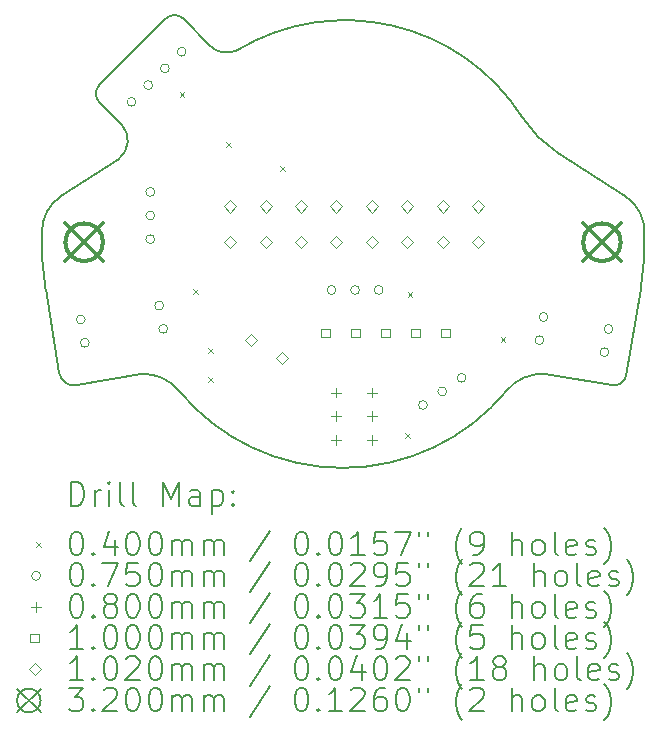
<source format=gbr>
%FSLAX45Y45*%
G04 Gerber Fmt 4.5, Leading zero omitted, Abs format (unit mm)*
G04 Created by KiCad (PCBNEW (6.0.1)) date 2022-03-04 07:34:20*
%MOMM*%
%LPD*%
G01*
G04 APERTURE LIST*
%TA.AperFunction,Profile*%
%ADD10C,0.200000*%
%TD*%
%ADD11C,0.200000*%
%ADD12C,0.040000*%
%ADD13C,0.075000*%
%ADD14C,0.080000*%
%ADD15C,0.100000*%
%ADD16C,0.102000*%
%ADD17C,0.320000*%
G04 APERTURE END LIST*
D10*
X8119220Y-8995923D02*
X7935901Y-8812604D01*
X7598096Y-11110038D02*
X7481529Y-10399757D01*
X12396279Y-11130038D02*
X12520000Y-10400000D01*
X7598096Y-11110038D02*
G75*
G03*
X7745957Y-11209065I121078J20885D01*
G01*
X8643009Y-8105497D02*
G75*
G03*
X8501588Y-8105497I-70711J-70711D01*
G01*
X11516467Y-8940539D02*
G75*
G03*
X9098280Y-8376920I-1498043J-957918D01*
G01*
X8873880Y-8336367D02*
G75*
G03*
X9098280Y-8376920I141421J141421D01*
G01*
X11516467Y-8940539D02*
G75*
G03*
X11816778Y-9242082I842484J538727D01*
G01*
X7450000Y-9910244D02*
G75*
G03*
X7481529Y-10399757I2637217J-75910D01*
G01*
X8873880Y-8336367D02*
X8643009Y-8105497D01*
X12280821Y-11210987D02*
G75*
G03*
X12396279Y-11130038I14573J102027D01*
G01*
X7958000Y-10000000D02*
G75*
G03*
X7958000Y-10000000I-150000J0D01*
G01*
X12520000Y-10400000D02*
G75*
G03*
X12551470Y-9930243I-2571814J408225D01*
G01*
X11709400Y-11115040D02*
X12280821Y-11210987D01*
X11816778Y-9242082D02*
X12387196Y-9607725D01*
X7745957Y-11209065D02*
X8290560Y-11115040D01*
X12342000Y-10000000D02*
G75*
G03*
X12342000Y-10000000I-150000J0D01*
G01*
X7935901Y-8671183D02*
G75*
G03*
X7935901Y-8812604I70711J-70711D01*
G01*
X11709400Y-11115040D02*
G75*
G03*
X11385953Y-11255493I-23936J-387537D01*
G01*
X8608952Y-11255493D02*
G75*
G03*
X11385953Y-11255493I1388501J1145454D01*
G01*
X8100713Y-9295116D02*
G75*
G03*
X8119220Y-8995923I-122915J157772D01*
G01*
X7613903Y-9609428D02*
X8100713Y-9295116D01*
X12551470Y-9930243D02*
G75*
G03*
X12387196Y-9607725I-359471J19999D01*
G01*
X8608952Y-11255493D02*
G75*
G03*
X8290560Y-11115040I-298977J-246642D01*
G01*
X8501588Y-8105497D02*
X7935901Y-8671183D01*
X7613903Y-9609428D02*
G75*
G03*
X7450000Y-9910244I194097J-300816D01*
G01*
D11*
D12*
X8616000Y-8727760D02*
X8656000Y-8767760D01*
X8656000Y-8727760D02*
X8616000Y-8767760D01*
X8727760Y-10399080D02*
X8767760Y-10439080D01*
X8767760Y-10399080D02*
X8727760Y-10439080D01*
X8859840Y-10896920D02*
X8899840Y-10936920D01*
X8899840Y-10896920D02*
X8859840Y-10936920D01*
X8859840Y-11140760D02*
X8899840Y-11180760D01*
X8899840Y-11140760D02*
X8859840Y-11180760D01*
X9012240Y-9154480D02*
X9052240Y-9194480D01*
X9052240Y-9154480D02*
X9012240Y-9194480D01*
X9469440Y-9352600D02*
X9509440Y-9392600D01*
X9509440Y-9352600D02*
X9469440Y-9392600D01*
X10526770Y-11618970D02*
X10566770Y-11658970D01*
X10566770Y-11618970D02*
X10526770Y-11658970D01*
X10546400Y-10419400D02*
X10586400Y-10459400D01*
X10586400Y-10419400D02*
X10546400Y-10459400D01*
X11333800Y-10800400D02*
X11373800Y-10840400D01*
X11373800Y-10800400D02*
X11333800Y-10840400D01*
D13*
X7815810Y-10653918D02*
G75*
G03*
X7815810Y-10653918I-37500J0D01*
G01*
X7850540Y-10850880D02*
G75*
G03*
X7850540Y-10850880I-37500J0D01*
G01*
X8246259Y-8810823D02*
G75*
G03*
X8246259Y-8810823I-37500J0D01*
G01*
X8387680Y-8669402D02*
G75*
G03*
X8387680Y-8669402I-37500J0D01*
G01*
X8405140Y-9573920D02*
G75*
G03*
X8405140Y-9573920I-37500J0D01*
G01*
X8405140Y-9773920D02*
G75*
G03*
X8405140Y-9773920I-37500J0D01*
G01*
X8405140Y-9973920D02*
G75*
G03*
X8405140Y-9973920I-37500J0D01*
G01*
X8480460Y-10535920D02*
G75*
G03*
X8480460Y-10535920I-37500J0D01*
G01*
X8515190Y-10732882D02*
G75*
G03*
X8515190Y-10732882I-37500J0D01*
G01*
X8529102Y-8527980D02*
G75*
G03*
X8529102Y-8527980I-37500J0D01*
G01*
X8670523Y-8386559D02*
G75*
G03*
X8670523Y-8386559I-37500J0D01*
G01*
X9939740Y-10403840D02*
G75*
G03*
X9939740Y-10403840I-37500J0D01*
G01*
X10139740Y-10403840D02*
G75*
G03*
X10139740Y-10403840I-37500J0D01*
G01*
X10339740Y-10403840D02*
G75*
G03*
X10339740Y-10403840I-37500J0D01*
G01*
X10713323Y-11377742D02*
G75*
G03*
X10713323Y-11377742I-37500J0D01*
G01*
X10877153Y-11263027D02*
G75*
G03*
X10877153Y-11263027I-37500J0D01*
G01*
X11040984Y-11148311D02*
G75*
G03*
X11040984Y-11148311I-37500J0D01*
G01*
X11700232Y-10829402D02*
G75*
G03*
X11700232Y-10829402I-37500J0D01*
G01*
X11734961Y-10632440D02*
G75*
G03*
X11734961Y-10632440I-37500J0D01*
G01*
X12250650Y-10931002D02*
G75*
G03*
X12250650Y-10931002I-37500J0D01*
G01*
X12285380Y-10734040D02*
G75*
G03*
X12285380Y-10734040I-37500J0D01*
G01*
D14*
X9941560Y-11232520D02*
X9941560Y-11312520D01*
X9901560Y-11272520D02*
X9981560Y-11272520D01*
X9941560Y-11432520D02*
X9941560Y-11512520D01*
X9901560Y-11472520D02*
X9981560Y-11472520D01*
X9941560Y-11632520D02*
X9941560Y-11712520D01*
X9901560Y-11672520D02*
X9981560Y-11672520D01*
X10246360Y-11232520D02*
X10246360Y-11312520D01*
X10206360Y-11272520D02*
X10286360Y-11272520D01*
X10246360Y-11432520D02*
X10246360Y-11512520D01*
X10206360Y-11472520D02*
X10286360Y-11472520D01*
X10246360Y-11632520D02*
X10246360Y-11712520D01*
X10206360Y-11672520D02*
X10286360Y-11672520D01*
D15*
X9885976Y-10804956D02*
X9885976Y-10734244D01*
X9815264Y-10734244D01*
X9815264Y-10804956D01*
X9885976Y-10804956D01*
X10139976Y-10804956D02*
X10139976Y-10734244D01*
X10069264Y-10734244D01*
X10069264Y-10804956D01*
X10139976Y-10804956D01*
X10393976Y-10804956D02*
X10393976Y-10734244D01*
X10323264Y-10734244D01*
X10323264Y-10804956D01*
X10393976Y-10804956D01*
X10647976Y-10804956D02*
X10647976Y-10734244D01*
X10577264Y-10734244D01*
X10577264Y-10804956D01*
X10647976Y-10804956D01*
X10901976Y-10804956D02*
X10901976Y-10734244D01*
X10831264Y-10734244D01*
X10831264Y-10804956D01*
X10901976Y-10804956D01*
D16*
X9043960Y-9748140D02*
X9094960Y-9697140D01*
X9043960Y-9646140D01*
X8992960Y-9697140D01*
X9043960Y-9748140D01*
X9043960Y-10048140D02*
X9094960Y-9997140D01*
X9043960Y-9946140D01*
X8992960Y-9997140D01*
X9043960Y-10048140D01*
X9222756Y-10879308D02*
X9273756Y-10828308D01*
X9222756Y-10777308D01*
X9171756Y-10828308D01*
X9222756Y-10879308D01*
X9343960Y-9748140D02*
X9394960Y-9697140D01*
X9343960Y-9646140D01*
X9292960Y-9697140D01*
X9343960Y-9748140D01*
X9343960Y-10048140D02*
X9394960Y-9997140D01*
X9343960Y-9946140D01*
X9292960Y-9997140D01*
X9343960Y-10048140D01*
X9482564Y-11029308D02*
X9533564Y-10978308D01*
X9482564Y-10927308D01*
X9431564Y-10978308D01*
X9482564Y-11029308D01*
X9643960Y-9748140D02*
X9694960Y-9697140D01*
X9643960Y-9646140D01*
X9592960Y-9697140D01*
X9643960Y-9748140D01*
X9643960Y-10048140D02*
X9694960Y-9997140D01*
X9643960Y-9946140D01*
X9592960Y-9997140D01*
X9643960Y-10048140D01*
X9943960Y-9748140D02*
X9994960Y-9697140D01*
X9943960Y-9646140D01*
X9892960Y-9697140D01*
X9943960Y-9748140D01*
X9943960Y-10048140D02*
X9994960Y-9997140D01*
X9943960Y-9946140D01*
X9892960Y-9997140D01*
X9943960Y-10048140D01*
X10243960Y-9748140D02*
X10294960Y-9697140D01*
X10243960Y-9646140D01*
X10192960Y-9697140D01*
X10243960Y-9748140D01*
X10243960Y-10048140D02*
X10294960Y-9997140D01*
X10243960Y-9946140D01*
X10192960Y-9997140D01*
X10243960Y-10048140D01*
X10543960Y-9748140D02*
X10594960Y-9697140D01*
X10543960Y-9646140D01*
X10492960Y-9697140D01*
X10543960Y-9748140D01*
X10543960Y-10048140D02*
X10594960Y-9997140D01*
X10543960Y-9946140D01*
X10492960Y-9997140D01*
X10543960Y-10048140D01*
X10843960Y-9748140D02*
X10894960Y-9697140D01*
X10843960Y-9646140D01*
X10792960Y-9697140D01*
X10843960Y-9748140D01*
X10843960Y-10048140D02*
X10894960Y-9997140D01*
X10843960Y-9946140D01*
X10792960Y-9997140D01*
X10843960Y-10048140D01*
X11143960Y-9748140D02*
X11194960Y-9697140D01*
X11143960Y-9646140D01*
X11092960Y-9697140D01*
X11143960Y-9748140D01*
X11143960Y-10048140D02*
X11194960Y-9997140D01*
X11143960Y-9946140D01*
X11092960Y-9997140D01*
X11143960Y-10048140D01*
D17*
X7648000Y-9840000D02*
X7968000Y-10160000D01*
X7968000Y-9840000D02*
X7648000Y-10160000D01*
X7968000Y-10000000D02*
G75*
G03*
X7968000Y-10000000I-160000J0D01*
G01*
X12032000Y-9840000D02*
X12352000Y-10160000D01*
X12352000Y-9840000D02*
X12032000Y-10160000D01*
X12352000Y-10000000D02*
G75*
G03*
X12352000Y-10000000I-160000J0D01*
G01*
D11*
X7696527Y-12230514D02*
X7696527Y-12030514D01*
X7744146Y-12030514D01*
X7772717Y-12040038D01*
X7791765Y-12059086D01*
X7801289Y-12078133D01*
X7810812Y-12116229D01*
X7810812Y-12144800D01*
X7801289Y-12182895D01*
X7791765Y-12201943D01*
X7772717Y-12220991D01*
X7744146Y-12230514D01*
X7696527Y-12230514D01*
X7896527Y-12230514D02*
X7896527Y-12097181D01*
X7896527Y-12135276D02*
X7906050Y-12116229D01*
X7915574Y-12106705D01*
X7934622Y-12097181D01*
X7953670Y-12097181D01*
X8020336Y-12230514D02*
X8020336Y-12097181D01*
X8020336Y-12030514D02*
X8010812Y-12040038D01*
X8020336Y-12049562D01*
X8029860Y-12040038D01*
X8020336Y-12030514D01*
X8020336Y-12049562D01*
X8144146Y-12230514D02*
X8125098Y-12220991D01*
X8115574Y-12201943D01*
X8115574Y-12030514D01*
X8248908Y-12230514D02*
X8229860Y-12220991D01*
X8220336Y-12201943D01*
X8220336Y-12030514D01*
X8477479Y-12230514D02*
X8477479Y-12030514D01*
X8544146Y-12173372D01*
X8610812Y-12030514D01*
X8610812Y-12230514D01*
X8791765Y-12230514D02*
X8791765Y-12125752D01*
X8782241Y-12106705D01*
X8763193Y-12097181D01*
X8725098Y-12097181D01*
X8706051Y-12106705D01*
X8791765Y-12220991D02*
X8772717Y-12230514D01*
X8725098Y-12230514D01*
X8706051Y-12220991D01*
X8696527Y-12201943D01*
X8696527Y-12182895D01*
X8706051Y-12163848D01*
X8725098Y-12154324D01*
X8772717Y-12154324D01*
X8791765Y-12144800D01*
X8887003Y-12097181D02*
X8887003Y-12297181D01*
X8887003Y-12106705D02*
X8906051Y-12097181D01*
X8944146Y-12097181D01*
X8963193Y-12106705D01*
X8972717Y-12116229D01*
X8982241Y-12135276D01*
X8982241Y-12192419D01*
X8972717Y-12211467D01*
X8963193Y-12220991D01*
X8944146Y-12230514D01*
X8906051Y-12230514D01*
X8887003Y-12220991D01*
X9067955Y-12211467D02*
X9077479Y-12220991D01*
X9067955Y-12230514D01*
X9058432Y-12220991D01*
X9067955Y-12211467D01*
X9067955Y-12230514D01*
X9067955Y-12106705D02*
X9077479Y-12116229D01*
X9067955Y-12125752D01*
X9058432Y-12116229D01*
X9067955Y-12106705D01*
X9067955Y-12125752D01*
D12*
X7398908Y-12540038D02*
X7438908Y-12580038D01*
X7438908Y-12540038D02*
X7398908Y-12580038D01*
D11*
X7734622Y-12450514D02*
X7753670Y-12450514D01*
X7772717Y-12460038D01*
X7782241Y-12469562D01*
X7791765Y-12488610D01*
X7801289Y-12526705D01*
X7801289Y-12574324D01*
X7791765Y-12612419D01*
X7782241Y-12631467D01*
X7772717Y-12640991D01*
X7753670Y-12650514D01*
X7734622Y-12650514D01*
X7715574Y-12640991D01*
X7706050Y-12631467D01*
X7696527Y-12612419D01*
X7687003Y-12574324D01*
X7687003Y-12526705D01*
X7696527Y-12488610D01*
X7706050Y-12469562D01*
X7715574Y-12460038D01*
X7734622Y-12450514D01*
X7887003Y-12631467D02*
X7896527Y-12640991D01*
X7887003Y-12650514D01*
X7877479Y-12640991D01*
X7887003Y-12631467D01*
X7887003Y-12650514D01*
X8067955Y-12517181D02*
X8067955Y-12650514D01*
X8020336Y-12440991D02*
X7972717Y-12583848D01*
X8096527Y-12583848D01*
X8210812Y-12450514D02*
X8229860Y-12450514D01*
X8248908Y-12460038D01*
X8258431Y-12469562D01*
X8267955Y-12488610D01*
X8277479Y-12526705D01*
X8277479Y-12574324D01*
X8267955Y-12612419D01*
X8258431Y-12631467D01*
X8248908Y-12640991D01*
X8229860Y-12650514D01*
X8210812Y-12650514D01*
X8191765Y-12640991D01*
X8182241Y-12631467D01*
X8172717Y-12612419D01*
X8163193Y-12574324D01*
X8163193Y-12526705D01*
X8172717Y-12488610D01*
X8182241Y-12469562D01*
X8191765Y-12460038D01*
X8210812Y-12450514D01*
X8401289Y-12450514D02*
X8420336Y-12450514D01*
X8439384Y-12460038D01*
X8448908Y-12469562D01*
X8458432Y-12488610D01*
X8467955Y-12526705D01*
X8467955Y-12574324D01*
X8458432Y-12612419D01*
X8448908Y-12631467D01*
X8439384Y-12640991D01*
X8420336Y-12650514D01*
X8401289Y-12650514D01*
X8382241Y-12640991D01*
X8372717Y-12631467D01*
X8363193Y-12612419D01*
X8353670Y-12574324D01*
X8353670Y-12526705D01*
X8363193Y-12488610D01*
X8372717Y-12469562D01*
X8382241Y-12460038D01*
X8401289Y-12450514D01*
X8553670Y-12650514D02*
X8553670Y-12517181D01*
X8553670Y-12536229D02*
X8563193Y-12526705D01*
X8582241Y-12517181D01*
X8610812Y-12517181D01*
X8629860Y-12526705D01*
X8639384Y-12545752D01*
X8639384Y-12650514D01*
X8639384Y-12545752D02*
X8648908Y-12526705D01*
X8667955Y-12517181D01*
X8696527Y-12517181D01*
X8715574Y-12526705D01*
X8725098Y-12545752D01*
X8725098Y-12650514D01*
X8820336Y-12650514D02*
X8820336Y-12517181D01*
X8820336Y-12536229D02*
X8829860Y-12526705D01*
X8848908Y-12517181D01*
X8877479Y-12517181D01*
X8896527Y-12526705D01*
X8906051Y-12545752D01*
X8906051Y-12650514D01*
X8906051Y-12545752D02*
X8915574Y-12526705D01*
X8934622Y-12517181D01*
X8963193Y-12517181D01*
X8982241Y-12526705D01*
X8991765Y-12545752D01*
X8991765Y-12650514D01*
X9382241Y-12440991D02*
X9210812Y-12698133D01*
X9639384Y-12450514D02*
X9658432Y-12450514D01*
X9677479Y-12460038D01*
X9687003Y-12469562D01*
X9696527Y-12488610D01*
X9706051Y-12526705D01*
X9706051Y-12574324D01*
X9696527Y-12612419D01*
X9687003Y-12631467D01*
X9677479Y-12640991D01*
X9658432Y-12650514D01*
X9639384Y-12650514D01*
X9620336Y-12640991D01*
X9610812Y-12631467D01*
X9601289Y-12612419D01*
X9591765Y-12574324D01*
X9591765Y-12526705D01*
X9601289Y-12488610D01*
X9610812Y-12469562D01*
X9620336Y-12460038D01*
X9639384Y-12450514D01*
X9791765Y-12631467D02*
X9801289Y-12640991D01*
X9791765Y-12650514D01*
X9782241Y-12640991D01*
X9791765Y-12631467D01*
X9791765Y-12650514D01*
X9925098Y-12450514D02*
X9944146Y-12450514D01*
X9963193Y-12460038D01*
X9972717Y-12469562D01*
X9982241Y-12488610D01*
X9991765Y-12526705D01*
X9991765Y-12574324D01*
X9982241Y-12612419D01*
X9972717Y-12631467D01*
X9963193Y-12640991D01*
X9944146Y-12650514D01*
X9925098Y-12650514D01*
X9906051Y-12640991D01*
X9896527Y-12631467D01*
X9887003Y-12612419D01*
X9877479Y-12574324D01*
X9877479Y-12526705D01*
X9887003Y-12488610D01*
X9896527Y-12469562D01*
X9906051Y-12460038D01*
X9925098Y-12450514D01*
X10182241Y-12650514D02*
X10067955Y-12650514D01*
X10125098Y-12650514D02*
X10125098Y-12450514D01*
X10106051Y-12479086D01*
X10087003Y-12498133D01*
X10067955Y-12507657D01*
X10363193Y-12450514D02*
X10267955Y-12450514D01*
X10258432Y-12545752D01*
X10267955Y-12536229D01*
X10287003Y-12526705D01*
X10334622Y-12526705D01*
X10353670Y-12536229D01*
X10363193Y-12545752D01*
X10372717Y-12564800D01*
X10372717Y-12612419D01*
X10363193Y-12631467D01*
X10353670Y-12640991D01*
X10334622Y-12650514D01*
X10287003Y-12650514D01*
X10267955Y-12640991D01*
X10258432Y-12631467D01*
X10439384Y-12450514D02*
X10572717Y-12450514D01*
X10487003Y-12650514D01*
X10639384Y-12450514D02*
X10639384Y-12488610D01*
X10715574Y-12450514D02*
X10715574Y-12488610D01*
X11010812Y-12726705D02*
X11001289Y-12717181D01*
X10982241Y-12688610D01*
X10972717Y-12669562D01*
X10963193Y-12640991D01*
X10953670Y-12593372D01*
X10953670Y-12555276D01*
X10963193Y-12507657D01*
X10972717Y-12479086D01*
X10982241Y-12460038D01*
X11001289Y-12431467D01*
X11010812Y-12421943D01*
X11096527Y-12650514D02*
X11134622Y-12650514D01*
X11153670Y-12640991D01*
X11163193Y-12631467D01*
X11182241Y-12602895D01*
X11191765Y-12564800D01*
X11191765Y-12488610D01*
X11182241Y-12469562D01*
X11172717Y-12460038D01*
X11153670Y-12450514D01*
X11115574Y-12450514D01*
X11096527Y-12460038D01*
X11087003Y-12469562D01*
X11077479Y-12488610D01*
X11077479Y-12536229D01*
X11087003Y-12555276D01*
X11096527Y-12564800D01*
X11115574Y-12574324D01*
X11153670Y-12574324D01*
X11172717Y-12564800D01*
X11182241Y-12555276D01*
X11191765Y-12536229D01*
X11429860Y-12650514D02*
X11429860Y-12450514D01*
X11515574Y-12650514D02*
X11515574Y-12545752D01*
X11506050Y-12526705D01*
X11487003Y-12517181D01*
X11458431Y-12517181D01*
X11439384Y-12526705D01*
X11429860Y-12536229D01*
X11639384Y-12650514D02*
X11620336Y-12640991D01*
X11610812Y-12631467D01*
X11601289Y-12612419D01*
X11601289Y-12555276D01*
X11610812Y-12536229D01*
X11620336Y-12526705D01*
X11639384Y-12517181D01*
X11667955Y-12517181D01*
X11687003Y-12526705D01*
X11696527Y-12536229D01*
X11706050Y-12555276D01*
X11706050Y-12612419D01*
X11696527Y-12631467D01*
X11687003Y-12640991D01*
X11667955Y-12650514D01*
X11639384Y-12650514D01*
X11820336Y-12650514D02*
X11801289Y-12640991D01*
X11791765Y-12621943D01*
X11791765Y-12450514D01*
X11972717Y-12640991D02*
X11953670Y-12650514D01*
X11915574Y-12650514D01*
X11896527Y-12640991D01*
X11887003Y-12621943D01*
X11887003Y-12545752D01*
X11896527Y-12526705D01*
X11915574Y-12517181D01*
X11953670Y-12517181D01*
X11972717Y-12526705D01*
X11982241Y-12545752D01*
X11982241Y-12564800D01*
X11887003Y-12583848D01*
X12058431Y-12640991D02*
X12077479Y-12650514D01*
X12115574Y-12650514D01*
X12134622Y-12640991D01*
X12144146Y-12621943D01*
X12144146Y-12612419D01*
X12134622Y-12593372D01*
X12115574Y-12583848D01*
X12087003Y-12583848D01*
X12067955Y-12574324D01*
X12058431Y-12555276D01*
X12058431Y-12545752D01*
X12067955Y-12526705D01*
X12087003Y-12517181D01*
X12115574Y-12517181D01*
X12134622Y-12526705D01*
X12210812Y-12726705D02*
X12220336Y-12717181D01*
X12239384Y-12688610D01*
X12248908Y-12669562D01*
X12258431Y-12640991D01*
X12267955Y-12593372D01*
X12267955Y-12555276D01*
X12258431Y-12507657D01*
X12248908Y-12479086D01*
X12239384Y-12460038D01*
X12220336Y-12431467D01*
X12210812Y-12421943D01*
D13*
X7438908Y-12824038D02*
G75*
G03*
X7438908Y-12824038I-37500J0D01*
G01*
D11*
X7734622Y-12714514D02*
X7753670Y-12714514D01*
X7772717Y-12724038D01*
X7782241Y-12733562D01*
X7791765Y-12752610D01*
X7801289Y-12790705D01*
X7801289Y-12838324D01*
X7791765Y-12876419D01*
X7782241Y-12895467D01*
X7772717Y-12904991D01*
X7753670Y-12914514D01*
X7734622Y-12914514D01*
X7715574Y-12904991D01*
X7706050Y-12895467D01*
X7696527Y-12876419D01*
X7687003Y-12838324D01*
X7687003Y-12790705D01*
X7696527Y-12752610D01*
X7706050Y-12733562D01*
X7715574Y-12724038D01*
X7734622Y-12714514D01*
X7887003Y-12895467D02*
X7896527Y-12904991D01*
X7887003Y-12914514D01*
X7877479Y-12904991D01*
X7887003Y-12895467D01*
X7887003Y-12914514D01*
X7963193Y-12714514D02*
X8096527Y-12714514D01*
X8010812Y-12914514D01*
X8267955Y-12714514D02*
X8172717Y-12714514D01*
X8163193Y-12809752D01*
X8172717Y-12800229D01*
X8191765Y-12790705D01*
X8239384Y-12790705D01*
X8258431Y-12800229D01*
X8267955Y-12809752D01*
X8277479Y-12828800D01*
X8277479Y-12876419D01*
X8267955Y-12895467D01*
X8258431Y-12904991D01*
X8239384Y-12914514D01*
X8191765Y-12914514D01*
X8172717Y-12904991D01*
X8163193Y-12895467D01*
X8401289Y-12714514D02*
X8420336Y-12714514D01*
X8439384Y-12724038D01*
X8448908Y-12733562D01*
X8458432Y-12752610D01*
X8467955Y-12790705D01*
X8467955Y-12838324D01*
X8458432Y-12876419D01*
X8448908Y-12895467D01*
X8439384Y-12904991D01*
X8420336Y-12914514D01*
X8401289Y-12914514D01*
X8382241Y-12904991D01*
X8372717Y-12895467D01*
X8363193Y-12876419D01*
X8353670Y-12838324D01*
X8353670Y-12790705D01*
X8363193Y-12752610D01*
X8372717Y-12733562D01*
X8382241Y-12724038D01*
X8401289Y-12714514D01*
X8553670Y-12914514D02*
X8553670Y-12781181D01*
X8553670Y-12800229D02*
X8563193Y-12790705D01*
X8582241Y-12781181D01*
X8610812Y-12781181D01*
X8629860Y-12790705D01*
X8639384Y-12809752D01*
X8639384Y-12914514D01*
X8639384Y-12809752D02*
X8648908Y-12790705D01*
X8667955Y-12781181D01*
X8696527Y-12781181D01*
X8715574Y-12790705D01*
X8725098Y-12809752D01*
X8725098Y-12914514D01*
X8820336Y-12914514D02*
X8820336Y-12781181D01*
X8820336Y-12800229D02*
X8829860Y-12790705D01*
X8848908Y-12781181D01*
X8877479Y-12781181D01*
X8896527Y-12790705D01*
X8906051Y-12809752D01*
X8906051Y-12914514D01*
X8906051Y-12809752D02*
X8915574Y-12790705D01*
X8934622Y-12781181D01*
X8963193Y-12781181D01*
X8982241Y-12790705D01*
X8991765Y-12809752D01*
X8991765Y-12914514D01*
X9382241Y-12704991D02*
X9210812Y-12962133D01*
X9639384Y-12714514D02*
X9658432Y-12714514D01*
X9677479Y-12724038D01*
X9687003Y-12733562D01*
X9696527Y-12752610D01*
X9706051Y-12790705D01*
X9706051Y-12838324D01*
X9696527Y-12876419D01*
X9687003Y-12895467D01*
X9677479Y-12904991D01*
X9658432Y-12914514D01*
X9639384Y-12914514D01*
X9620336Y-12904991D01*
X9610812Y-12895467D01*
X9601289Y-12876419D01*
X9591765Y-12838324D01*
X9591765Y-12790705D01*
X9601289Y-12752610D01*
X9610812Y-12733562D01*
X9620336Y-12724038D01*
X9639384Y-12714514D01*
X9791765Y-12895467D02*
X9801289Y-12904991D01*
X9791765Y-12914514D01*
X9782241Y-12904991D01*
X9791765Y-12895467D01*
X9791765Y-12914514D01*
X9925098Y-12714514D02*
X9944146Y-12714514D01*
X9963193Y-12724038D01*
X9972717Y-12733562D01*
X9982241Y-12752610D01*
X9991765Y-12790705D01*
X9991765Y-12838324D01*
X9982241Y-12876419D01*
X9972717Y-12895467D01*
X9963193Y-12904991D01*
X9944146Y-12914514D01*
X9925098Y-12914514D01*
X9906051Y-12904991D01*
X9896527Y-12895467D01*
X9887003Y-12876419D01*
X9877479Y-12838324D01*
X9877479Y-12790705D01*
X9887003Y-12752610D01*
X9896527Y-12733562D01*
X9906051Y-12724038D01*
X9925098Y-12714514D01*
X10067955Y-12733562D02*
X10077479Y-12724038D01*
X10096527Y-12714514D01*
X10144146Y-12714514D01*
X10163193Y-12724038D01*
X10172717Y-12733562D01*
X10182241Y-12752610D01*
X10182241Y-12771657D01*
X10172717Y-12800229D01*
X10058432Y-12914514D01*
X10182241Y-12914514D01*
X10277479Y-12914514D02*
X10315574Y-12914514D01*
X10334622Y-12904991D01*
X10344146Y-12895467D01*
X10363193Y-12866895D01*
X10372717Y-12828800D01*
X10372717Y-12752610D01*
X10363193Y-12733562D01*
X10353670Y-12724038D01*
X10334622Y-12714514D01*
X10296527Y-12714514D01*
X10277479Y-12724038D01*
X10267955Y-12733562D01*
X10258432Y-12752610D01*
X10258432Y-12800229D01*
X10267955Y-12819276D01*
X10277479Y-12828800D01*
X10296527Y-12838324D01*
X10334622Y-12838324D01*
X10353670Y-12828800D01*
X10363193Y-12819276D01*
X10372717Y-12800229D01*
X10553670Y-12714514D02*
X10458432Y-12714514D01*
X10448908Y-12809752D01*
X10458432Y-12800229D01*
X10477479Y-12790705D01*
X10525098Y-12790705D01*
X10544146Y-12800229D01*
X10553670Y-12809752D01*
X10563193Y-12828800D01*
X10563193Y-12876419D01*
X10553670Y-12895467D01*
X10544146Y-12904991D01*
X10525098Y-12914514D01*
X10477479Y-12914514D01*
X10458432Y-12904991D01*
X10448908Y-12895467D01*
X10639384Y-12714514D02*
X10639384Y-12752610D01*
X10715574Y-12714514D02*
X10715574Y-12752610D01*
X11010812Y-12990705D02*
X11001289Y-12981181D01*
X10982241Y-12952610D01*
X10972717Y-12933562D01*
X10963193Y-12904991D01*
X10953670Y-12857372D01*
X10953670Y-12819276D01*
X10963193Y-12771657D01*
X10972717Y-12743086D01*
X10982241Y-12724038D01*
X11001289Y-12695467D01*
X11010812Y-12685943D01*
X11077479Y-12733562D02*
X11087003Y-12724038D01*
X11106051Y-12714514D01*
X11153670Y-12714514D01*
X11172717Y-12724038D01*
X11182241Y-12733562D01*
X11191765Y-12752610D01*
X11191765Y-12771657D01*
X11182241Y-12800229D01*
X11067955Y-12914514D01*
X11191765Y-12914514D01*
X11382241Y-12914514D02*
X11267955Y-12914514D01*
X11325098Y-12914514D02*
X11325098Y-12714514D01*
X11306050Y-12743086D01*
X11287003Y-12762133D01*
X11267955Y-12771657D01*
X11620336Y-12914514D02*
X11620336Y-12714514D01*
X11706050Y-12914514D02*
X11706050Y-12809752D01*
X11696527Y-12790705D01*
X11677479Y-12781181D01*
X11648908Y-12781181D01*
X11629860Y-12790705D01*
X11620336Y-12800229D01*
X11829860Y-12914514D02*
X11810812Y-12904991D01*
X11801289Y-12895467D01*
X11791765Y-12876419D01*
X11791765Y-12819276D01*
X11801289Y-12800229D01*
X11810812Y-12790705D01*
X11829860Y-12781181D01*
X11858431Y-12781181D01*
X11877479Y-12790705D01*
X11887003Y-12800229D01*
X11896527Y-12819276D01*
X11896527Y-12876419D01*
X11887003Y-12895467D01*
X11877479Y-12904991D01*
X11858431Y-12914514D01*
X11829860Y-12914514D01*
X12010812Y-12914514D02*
X11991765Y-12904991D01*
X11982241Y-12885943D01*
X11982241Y-12714514D01*
X12163193Y-12904991D02*
X12144146Y-12914514D01*
X12106050Y-12914514D01*
X12087003Y-12904991D01*
X12077479Y-12885943D01*
X12077479Y-12809752D01*
X12087003Y-12790705D01*
X12106050Y-12781181D01*
X12144146Y-12781181D01*
X12163193Y-12790705D01*
X12172717Y-12809752D01*
X12172717Y-12828800D01*
X12077479Y-12847848D01*
X12248908Y-12904991D02*
X12267955Y-12914514D01*
X12306050Y-12914514D01*
X12325098Y-12904991D01*
X12334622Y-12885943D01*
X12334622Y-12876419D01*
X12325098Y-12857372D01*
X12306050Y-12847848D01*
X12277479Y-12847848D01*
X12258431Y-12838324D01*
X12248908Y-12819276D01*
X12248908Y-12809752D01*
X12258431Y-12790705D01*
X12277479Y-12781181D01*
X12306050Y-12781181D01*
X12325098Y-12790705D01*
X12401289Y-12990705D02*
X12410812Y-12981181D01*
X12429860Y-12952610D01*
X12439384Y-12933562D01*
X12448908Y-12904991D01*
X12458431Y-12857372D01*
X12458431Y-12819276D01*
X12448908Y-12771657D01*
X12439384Y-12743086D01*
X12429860Y-12724038D01*
X12410812Y-12695467D01*
X12401289Y-12685943D01*
D14*
X7398908Y-13048038D02*
X7398908Y-13128038D01*
X7358908Y-13088038D02*
X7438908Y-13088038D01*
D11*
X7734622Y-12978514D02*
X7753670Y-12978514D01*
X7772717Y-12988038D01*
X7782241Y-12997562D01*
X7791765Y-13016610D01*
X7801289Y-13054705D01*
X7801289Y-13102324D01*
X7791765Y-13140419D01*
X7782241Y-13159467D01*
X7772717Y-13168991D01*
X7753670Y-13178514D01*
X7734622Y-13178514D01*
X7715574Y-13168991D01*
X7706050Y-13159467D01*
X7696527Y-13140419D01*
X7687003Y-13102324D01*
X7687003Y-13054705D01*
X7696527Y-13016610D01*
X7706050Y-12997562D01*
X7715574Y-12988038D01*
X7734622Y-12978514D01*
X7887003Y-13159467D02*
X7896527Y-13168991D01*
X7887003Y-13178514D01*
X7877479Y-13168991D01*
X7887003Y-13159467D01*
X7887003Y-13178514D01*
X8010812Y-13064229D02*
X7991765Y-13054705D01*
X7982241Y-13045181D01*
X7972717Y-13026133D01*
X7972717Y-13016610D01*
X7982241Y-12997562D01*
X7991765Y-12988038D01*
X8010812Y-12978514D01*
X8048908Y-12978514D01*
X8067955Y-12988038D01*
X8077479Y-12997562D01*
X8087003Y-13016610D01*
X8087003Y-13026133D01*
X8077479Y-13045181D01*
X8067955Y-13054705D01*
X8048908Y-13064229D01*
X8010812Y-13064229D01*
X7991765Y-13073752D01*
X7982241Y-13083276D01*
X7972717Y-13102324D01*
X7972717Y-13140419D01*
X7982241Y-13159467D01*
X7991765Y-13168991D01*
X8010812Y-13178514D01*
X8048908Y-13178514D01*
X8067955Y-13168991D01*
X8077479Y-13159467D01*
X8087003Y-13140419D01*
X8087003Y-13102324D01*
X8077479Y-13083276D01*
X8067955Y-13073752D01*
X8048908Y-13064229D01*
X8210812Y-12978514D02*
X8229860Y-12978514D01*
X8248908Y-12988038D01*
X8258431Y-12997562D01*
X8267955Y-13016610D01*
X8277479Y-13054705D01*
X8277479Y-13102324D01*
X8267955Y-13140419D01*
X8258431Y-13159467D01*
X8248908Y-13168991D01*
X8229860Y-13178514D01*
X8210812Y-13178514D01*
X8191765Y-13168991D01*
X8182241Y-13159467D01*
X8172717Y-13140419D01*
X8163193Y-13102324D01*
X8163193Y-13054705D01*
X8172717Y-13016610D01*
X8182241Y-12997562D01*
X8191765Y-12988038D01*
X8210812Y-12978514D01*
X8401289Y-12978514D02*
X8420336Y-12978514D01*
X8439384Y-12988038D01*
X8448908Y-12997562D01*
X8458432Y-13016610D01*
X8467955Y-13054705D01*
X8467955Y-13102324D01*
X8458432Y-13140419D01*
X8448908Y-13159467D01*
X8439384Y-13168991D01*
X8420336Y-13178514D01*
X8401289Y-13178514D01*
X8382241Y-13168991D01*
X8372717Y-13159467D01*
X8363193Y-13140419D01*
X8353670Y-13102324D01*
X8353670Y-13054705D01*
X8363193Y-13016610D01*
X8372717Y-12997562D01*
X8382241Y-12988038D01*
X8401289Y-12978514D01*
X8553670Y-13178514D02*
X8553670Y-13045181D01*
X8553670Y-13064229D02*
X8563193Y-13054705D01*
X8582241Y-13045181D01*
X8610812Y-13045181D01*
X8629860Y-13054705D01*
X8639384Y-13073752D01*
X8639384Y-13178514D01*
X8639384Y-13073752D02*
X8648908Y-13054705D01*
X8667955Y-13045181D01*
X8696527Y-13045181D01*
X8715574Y-13054705D01*
X8725098Y-13073752D01*
X8725098Y-13178514D01*
X8820336Y-13178514D02*
X8820336Y-13045181D01*
X8820336Y-13064229D02*
X8829860Y-13054705D01*
X8848908Y-13045181D01*
X8877479Y-13045181D01*
X8896527Y-13054705D01*
X8906051Y-13073752D01*
X8906051Y-13178514D01*
X8906051Y-13073752D02*
X8915574Y-13054705D01*
X8934622Y-13045181D01*
X8963193Y-13045181D01*
X8982241Y-13054705D01*
X8991765Y-13073752D01*
X8991765Y-13178514D01*
X9382241Y-12968991D02*
X9210812Y-13226133D01*
X9639384Y-12978514D02*
X9658432Y-12978514D01*
X9677479Y-12988038D01*
X9687003Y-12997562D01*
X9696527Y-13016610D01*
X9706051Y-13054705D01*
X9706051Y-13102324D01*
X9696527Y-13140419D01*
X9687003Y-13159467D01*
X9677479Y-13168991D01*
X9658432Y-13178514D01*
X9639384Y-13178514D01*
X9620336Y-13168991D01*
X9610812Y-13159467D01*
X9601289Y-13140419D01*
X9591765Y-13102324D01*
X9591765Y-13054705D01*
X9601289Y-13016610D01*
X9610812Y-12997562D01*
X9620336Y-12988038D01*
X9639384Y-12978514D01*
X9791765Y-13159467D02*
X9801289Y-13168991D01*
X9791765Y-13178514D01*
X9782241Y-13168991D01*
X9791765Y-13159467D01*
X9791765Y-13178514D01*
X9925098Y-12978514D02*
X9944146Y-12978514D01*
X9963193Y-12988038D01*
X9972717Y-12997562D01*
X9982241Y-13016610D01*
X9991765Y-13054705D01*
X9991765Y-13102324D01*
X9982241Y-13140419D01*
X9972717Y-13159467D01*
X9963193Y-13168991D01*
X9944146Y-13178514D01*
X9925098Y-13178514D01*
X9906051Y-13168991D01*
X9896527Y-13159467D01*
X9887003Y-13140419D01*
X9877479Y-13102324D01*
X9877479Y-13054705D01*
X9887003Y-13016610D01*
X9896527Y-12997562D01*
X9906051Y-12988038D01*
X9925098Y-12978514D01*
X10058432Y-12978514D02*
X10182241Y-12978514D01*
X10115574Y-13054705D01*
X10144146Y-13054705D01*
X10163193Y-13064229D01*
X10172717Y-13073752D01*
X10182241Y-13092800D01*
X10182241Y-13140419D01*
X10172717Y-13159467D01*
X10163193Y-13168991D01*
X10144146Y-13178514D01*
X10087003Y-13178514D01*
X10067955Y-13168991D01*
X10058432Y-13159467D01*
X10372717Y-13178514D02*
X10258432Y-13178514D01*
X10315574Y-13178514D02*
X10315574Y-12978514D01*
X10296527Y-13007086D01*
X10277479Y-13026133D01*
X10258432Y-13035657D01*
X10553670Y-12978514D02*
X10458432Y-12978514D01*
X10448908Y-13073752D01*
X10458432Y-13064229D01*
X10477479Y-13054705D01*
X10525098Y-13054705D01*
X10544146Y-13064229D01*
X10553670Y-13073752D01*
X10563193Y-13092800D01*
X10563193Y-13140419D01*
X10553670Y-13159467D01*
X10544146Y-13168991D01*
X10525098Y-13178514D01*
X10477479Y-13178514D01*
X10458432Y-13168991D01*
X10448908Y-13159467D01*
X10639384Y-12978514D02*
X10639384Y-13016610D01*
X10715574Y-12978514D02*
X10715574Y-13016610D01*
X11010812Y-13254705D02*
X11001289Y-13245181D01*
X10982241Y-13216610D01*
X10972717Y-13197562D01*
X10963193Y-13168991D01*
X10953670Y-13121372D01*
X10953670Y-13083276D01*
X10963193Y-13035657D01*
X10972717Y-13007086D01*
X10982241Y-12988038D01*
X11001289Y-12959467D01*
X11010812Y-12949943D01*
X11172717Y-12978514D02*
X11134622Y-12978514D01*
X11115574Y-12988038D01*
X11106051Y-12997562D01*
X11087003Y-13026133D01*
X11077479Y-13064229D01*
X11077479Y-13140419D01*
X11087003Y-13159467D01*
X11096527Y-13168991D01*
X11115574Y-13178514D01*
X11153670Y-13178514D01*
X11172717Y-13168991D01*
X11182241Y-13159467D01*
X11191765Y-13140419D01*
X11191765Y-13092800D01*
X11182241Y-13073752D01*
X11172717Y-13064229D01*
X11153670Y-13054705D01*
X11115574Y-13054705D01*
X11096527Y-13064229D01*
X11087003Y-13073752D01*
X11077479Y-13092800D01*
X11429860Y-13178514D02*
X11429860Y-12978514D01*
X11515574Y-13178514D02*
X11515574Y-13073752D01*
X11506050Y-13054705D01*
X11487003Y-13045181D01*
X11458431Y-13045181D01*
X11439384Y-13054705D01*
X11429860Y-13064229D01*
X11639384Y-13178514D02*
X11620336Y-13168991D01*
X11610812Y-13159467D01*
X11601289Y-13140419D01*
X11601289Y-13083276D01*
X11610812Y-13064229D01*
X11620336Y-13054705D01*
X11639384Y-13045181D01*
X11667955Y-13045181D01*
X11687003Y-13054705D01*
X11696527Y-13064229D01*
X11706050Y-13083276D01*
X11706050Y-13140419D01*
X11696527Y-13159467D01*
X11687003Y-13168991D01*
X11667955Y-13178514D01*
X11639384Y-13178514D01*
X11820336Y-13178514D02*
X11801289Y-13168991D01*
X11791765Y-13149943D01*
X11791765Y-12978514D01*
X11972717Y-13168991D02*
X11953670Y-13178514D01*
X11915574Y-13178514D01*
X11896527Y-13168991D01*
X11887003Y-13149943D01*
X11887003Y-13073752D01*
X11896527Y-13054705D01*
X11915574Y-13045181D01*
X11953670Y-13045181D01*
X11972717Y-13054705D01*
X11982241Y-13073752D01*
X11982241Y-13092800D01*
X11887003Y-13111848D01*
X12058431Y-13168991D02*
X12077479Y-13178514D01*
X12115574Y-13178514D01*
X12134622Y-13168991D01*
X12144146Y-13149943D01*
X12144146Y-13140419D01*
X12134622Y-13121372D01*
X12115574Y-13111848D01*
X12087003Y-13111848D01*
X12067955Y-13102324D01*
X12058431Y-13083276D01*
X12058431Y-13073752D01*
X12067955Y-13054705D01*
X12087003Y-13045181D01*
X12115574Y-13045181D01*
X12134622Y-13054705D01*
X12210812Y-13254705D02*
X12220336Y-13245181D01*
X12239384Y-13216610D01*
X12248908Y-13197562D01*
X12258431Y-13168991D01*
X12267955Y-13121372D01*
X12267955Y-13083276D01*
X12258431Y-13035657D01*
X12248908Y-13007086D01*
X12239384Y-12988038D01*
X12220336Y-12959467D01*
X12210812Y-12949943D01*
D15*
X7424263Y-13387394D02*
X7424263Y-13316683D01*
X7353552Y-13316683D01*
X7353552Y-13387394D01*
X7424263Y-13387394D01*
D11*
X7801289Y-13442514D02*
X7687003Y-13442514D01*
X7744146Y-13442514D02*
X7744146Y-13242514D01*
X7725098Y-13271086D01*
X7706050Y-13290133D01*
X7687003Y-13299657D01*
X7887003Y-13423467D02*
X7896527Y-13432991D01*
X7887003Y-13442514D01*
X7877479Y-13432991D01*
X7887003Y-13423467D01*
X7887003Y-13442514D01*
X8020336Y-13242514D02*
X8039384Y-13242514D01*
X8058431Y-13252038D01*
X8067955Y-13261562D01*
X8077479Y-13280610D01*
X8087003Y-13318705D01*
X8087003Y-13366324D01*
X8077479Y-13404419D01*
X8067955Y-13423467D01*
X8058431Y-13432991D01*
X8039384Y-13442514D01*
X8020336Y-13442514D01*
X8001289Y-13432991D01*
X7991765Y-13423467D01*
X7982241Y-13404419D01*
X7972717Y-13366324D01*
X7972717Y-13318705D01*
X7982241Y-13280610D01*
X7991765Y-13261562D01*
X8001289Y-13252038D01*
X8020336Y-13242514D01*
X8210812Y-13242514D02*
X8229860Y-13242514D01*
X8248908Y-13252038D01*
X8258431Y-13261562D01*
X8267955Y-13280610D01*
X8277479Y-13318705D01*
X8277479Y-13366324D01*
X8267955Y-13404419D01*
X8258431Y-13423467D01*
X8248908Y-13432991D01*
X8229860Y-13442514D01*
X8210812Y-13442514D01*
X8191765Y-13432991D01*
X8182241Y-13423467D01*
X8172717Y-13404419D01*
X8163193Y-13366324D01*
X8163193Y-13318705D01*
X8172717Y-13280610D01*
X8182241Y-13261562D01*
X8191765Y-13252038D01*
X8210812Y-13242514D01*
X8401289Y-13242514D02*
X8420336Y-13242514D01*
X8439384Y-13252038D01*
X8448908Y-13261562D01*
X8458432Y-13280610D01*
X8467955Y-13318705D01*
X8467955Y-13366324D01*
X8458432Y-13404419D01*
X8448908Y-13423467D01*
X8439384Y-13432991D01*
X8420336Y-13442514D01*
X8401289Y-13442514D01*
X8382241Y-13432991D01*
X8372717Y-13423467D01*
X8363193Y-13404419D01*
X8353670Y-13366324D01*
X8353670Y-13318705D01*
X8363193Y-13280610D01*
X8372717Y-13261562D01*
X8382241Y-13252038D01*
X8401289Y-13242514D01*
X8553670Y-13442514D02*
X8553670Y-13309181D01*
X8553670Y-13328229D02*
X8563193Y-13318705D01*
X8582241Y-13309181D01*
X8610812Y-13309181D01*
X8629860Y-13318705D01*
X8639384Y-13337752D01*
X8639384Y-13442514D01*
X8639384Y-13337752D02*
X8648908Y-13318705D01*
X8667955Y-13309181D01*
X8696527Y-13309181D01*
X8715574Y-13318705D01*
X8725098Y-13337752D01*
X8725098Y-13442514D01*
X8820336Y-13442514D02*
X8820336Y-13309181D01*
X8820336Y-13328229D02*
X8829860Y-13318705D01*
X8848908Y-13309181D01*
X8877479Y-13309181D01*
X8896527Y-13318705D01*
X8906051Y-13337752D01*
X8906051Y-13442514D01*
X8906051Y-13337752D02*
X8915574Y-13318705D01*
X8934622Y-13309181D01*
X8963193Y-13309181D01*
X8982241Y-13318705D01*
X8991765Y-13337752D01*
X8991765Y-13442514D01*
X9382241Y-13232991D02*
X9210812Y-13490133D01*
X9639384Y-13242514D02*
X9658432Y-13242514D01*
X9677479Y-13252038D01*
X9687003Y-13261562D01*
X9696527Y-13280610D01*
X9706051Y-13318705D01*
X9706051Y-13366324D01*
X9696527Y-13404419D01*
X9687003Y-13423467D01*
X9677479Y-13432991D01*
X9658432Y-13442514D01*
X9639384Y-13442514D01*
X9620336Y-13432991D01*
X9610812Y-13423467D01*
X9601289Y-13404419D01*
X9591765Y-13366324D01*
X9591765Y-13318705D01*
X9601289Y-13280610D01*
X9610812Y-13261562D01*
X9620336Y-13252038D01*
X9639384Y-13242514D01*
X9791765Y-13423467D02*
X9801289Y-13432991D01*
X9791765Y-13442514D01*
X9782241Y-13432991D01*
X9791765Y-13423467D01*
X9791765Y-13442514D01*
X9925098Y-13242514D02*
X9944146Y-13242514D01*
X9963193Y-13252038D01*
X9972717Y-13261562D01*
X9982241Y-13280610D01*
X9991765Y-13318705D01*
X9991765Y-13366324D01*
X9982241Y-13404419D01*
X9972717Y-13423467D01*
X9963193Y-13432991D01*
X9944146Y-13442514D01*
X9925098Y-13442514D01*
X9906051Y-13432991D01*
X9896527Y-13423467D01*
X9887003Y-13404419D01*
X9877479Y-13366324D01*
X9877479Y-13318705D01*
X9887003Y-13280610D01*
X9896527Y-13261562D01*
X9906051Y-13252038D01*
X9925098Y-13242514D01*
X10058432Y-13242514D02*
X10182241Y-13242514D01*
X10115574Y-13318705D01*
X10144146Y-13318705D01*
X10163193Y-13328229D01*
X10172717Y-13337752D01*
X10182241Y-13356800D01*
X10182241Y-13404419D01*
X10172717Y-13423467D01*
X10163193Y-13432991D01*
X10144146Y-13442514D01*
X10087003Y-13442514D01*
X10067955Y-13432991D01*
X10058432Y-13423467D01*
X10277479Y-13442514D02*
X10315574Y-13442514D01*
X10334622Y-13432991D01*
X10344146Y-13423467D01*
X10363193Y-13394895D01*
X10372717Y-13356800D01*
X10372717Y-13280610D01*
X10363193Y-13261562D01*
X10353670Y-13252038D01*
X10334622Y-13242514D01*
X10296527Y-13242514D01*
X10277479Y-13252038D01*
X10267955Y-13261562D01*
X10258432Y-13280610D01*
X10258432Y-13328229D01*
X10267955Y-13347276D01*
X10277479Y-13356800D01*
X10296527Y-13366324D01*
X10334622Y-13366324D01*
X10353670Y-13356800D01*
X10363193Y-13347276D01*
X10372717Y-13328229D01*
X10544146Y-13309181D02*
X10544146Y-13442514D01*
X10496527Y-13232991D02*
X10448908Y-13375848D01*
X10572717Y-13375848D01*
X10639384Y-13242514D02*
X10639384Y-13280610D01*
X10715574Y-13242514D02*
X10715574Y-13280610D01*
X11010812Y-13518705D02*
X11001289Y-13509181D01*
X10982241Y-13480610D01*
X10972717Y-13461562D01*
X10963193Y-13432991D01*
X10953670Y-13385372D01*
X10953670Y-13347276D01*
X10963193Y-13299657D01*
X10972717Y-13271086D01*
X10982241Y-13252038D01*
X11001289Y-13223467D01*
X11010812Y-13213943D01*
X11182241Y-13242514D02*
X11087003Y-13242514D01*
X11077479Y-13337752D01*
X11087003Y-13328229D01*
X11106051Y-13318705D01*
X11153670Y-13318705D01*
X11172717Y-13328229D01*
X11182241Y-13337752D01*
X11191765Y-13356800D01*
X11191765Y-13404419D01*
X11182241Y-13423467D01*
X11172717Y-13432991D01*
X11153670Y-13442514D01*
X11106051Y-13442514D01*
X11087003Y-13432991D01*
X11077479Y-13423467D01*
X11429860Y-13442514D02*
X11429860Y-13242514D01*
X11515574Y-13442514D02*
X11515574Y-13337752D01*
X11506050Y-13318705D01*
X11487003Y-13309181D01*
X11458431Y-13309181D01*
X11439384Y-13318705D01*
X11429860Y-13328229D01*
X11639384Y-13442514D02*
X11620336Y-13432991D01*
X11610812Y-13423467D01*
X11601289Y-13404419D01*
X11601289Y-13347276D01*
X11610812Y-13328229D01*
X11620336Y-13318705D01*
X11639384Y-13309181D01*
X11667955Y-13309181D01*
X11687003Y-13318705D01*
X11696527Y-13328229D01*
X11706050Y-13347276D01*
X11706050Y-13404419D01*
X11696527Y-13423467D01*
X11687003Y-13432991D01*
X11667955Y-13442514D01*
X11639384Y-13442514D01*
X11820336Y-13442514D02*
X11801289Y-13432991D01*
X11791765Y-13413943D01*
X11791765Y-13242514D01*
X11972717Y-13432991D02*
X11953670Y-13442514D01*
X11915574Y-13442514D01*
X11896527Y-13432991D01*
X11887003Y-13413943D01*
X11887003Y-13337752D01*
X11896527Y-13318705D01*
X11915574Y-13309181D01*
X11953670Y-13309181D01*
X11972717Y-13318705D01*
X11982241Y-13337752D01*
X11982241Y-13356800D01*
X11887003Y-13375848D01*
X12058431Y-13432991D02*
X12077479Y-13442514D01*
X12115574Y-13442514D01*
X12134622Y-13432991D01*
X12144146Y-13413943D01*
X12144146Y-13404419D01*
X12134622Y-13385372D01*
X12115574Y-13375848D01*
X12087003Y-13375848D01*
X12067955Y-13366324D01*
X12058431Y-13347276D01*
X12058431Y-13337752D01*
X12067955Y-13318705D01*
X12087003Y-13309181D01*
X12115574Y-13309181D01*
X12134622Y-13318705D01*
X12210812Y-13518705D02*
X12220336Y-13509181D01*
X12239384Y-13480610D01*
X12248908Y-13461562D01*
X12258431Y-13432991D01*
X12267955Y-13385372D01*
X12267955Y-13347276D01*
X12258431Y-13299657D01*
X12248908Y-13271086D01*
X12239384Y-13252038D01*
X12220336Y-13223467D01*
X12210812Y-13213943D01*
D16*
X7387908Y-13667038D02*
X7438908Y-13616038D01*
X7387908Y-13565038D01*
X7336908Y-13616038D01*
X7387908Y-13667038D01*
D11*
X7801289Y-13706514D02*
X7687003Y-13706514D01*
X7744146Y-13706514D02*
X7744146Y-13506514D01*
X7725098Y-13535086D01*
X7706050Y-13554133D01*
X7687003Y-13563657D01*
X7887003Y-13687467D02*
X7896527Y-13696991D01*
X7887003Y-13706514D01*
X7877479Y-13696991D01*
X7887003Y-13687467D01*
X7887003Y-13706514D01*
X8020336Y-13506514D02*
X8039384Y-13506514D01*
X8058431Y-13516038D01*
X8067955Y-13525562D01*
X8077479Y-13544610D01*
X8087003Y-13582705D01*
X8087003Y-13630324D01*
X8077479Y-13668419D01*
X8067955Y-13687467D01*
X8058431Y-13696991D01*
X8039384Y-13706514D01*
X8020336Y-13706514D01*
X8001289Y-13696991D01*
X7991765Y-13687467D01*
X7982241Y-13668419D01*
X7972717Y-13630324D01*
X7972717Y-13582705D01*
X7982241Y-13544610D01*
X7991765Y-13525562D01*
X8001289Y-13516038D01*
X8020336Y-13506514D01*
X8163193Y-13525562D02*
X8172717Y-13516038D01*
X8191765Y-13506514D01*
X8239384Y-13506514D01*
X8258431Y-13516038D01*
X8267955Y-13525562D01*
X8277479Y-13544610D01*
X8277479Y-13563657D01*
X8267955Y-13592229D01*
X8153670Y-13706514D01*
X8277479Y-13706514D01*
X8401289Y-13506514D02*
X8420336Y-13506514D01*
X8439384Y-13516038D01*
X8448908Y-13525562D01*
X8458432Y-13544610D01*
X8467955Y-13582705D01*
X8467955Y-13630324D01*
X8458432Y-13668419D01*
X8448908Y-13687467D01*
X8439384Y-13696991D01*
X8420336Y-13706514D01*
X8401289Y-13706514D01*
X8382241Y-13696991D01*
X8372717Y-13687467D01*
X8363193Y-13668419D01*
X8353670Y-13630324D01*
X8353670Y-13582705D01*
X8363193Y-13544610D01*
X8372717Y-13525562D01*
X8382241Y-13516038D01*
X8401289Y-13506514D01*
X8553670Y-13706514D02*
X8553670Y-13573181D01*
X8553670Y-13592229D02*
X8563193Y-13582705D01*
X8582241Y-13573181D01*
X8610812Y-13573181D01*
X8629860Y-13582705D01*
X8639384Y-13601752D01*
X8639384Y-13706514D01*
X8639384Y-13601752D02*
X8648908Y-13582705D01*
X8667955Y-13573181D01*
X8696527Y-13573181D01*
X8715574Y-13582705D01*
X8725098Y-13601752D01*
X8725098Y-13706514D01*
X8820336Y-13706514D02*
X8820336Y-13573181D01*
X8820336Y-13592229D02*
X8829860Y-13582705D01*
X8848908Y-13573181D01*
X8877479Y-13573181D01*
X8896527Y-13582705D01*
X8906051Y-13601752D01*
X8906051Y-13706514D01*
X8906051Y-13601752D02*
X8915574Y-13582705D01*
X8934622Y-13573181D01*
X8963193Y-13573181D01*
X8982241Y-13582705D01*
X8991765Y-13601752D01*
X8991765Y-13706514D01*
X9382241Y-13496991D02*
X9210812Y-13754133D01*
X9639384Y-13506514D02*
X9658432Y-13506514D01*
X9677479Y-13516038D01*
X9687003Y-13525562D01*
X9696527Y-13544610D01*
X9706051Y-13582705D01*
X9706051Y-13630324D01*
X9696527Y-13668419D01*
X9687003Y-13687467D01*
X9677479Y-13696991D01*
X9658432Y-13706514D01*
X9639384Y-13706514D01*
X9620336Y-13696991D01*
X9610812Y-13687467D01*
X9601289Y-13668419D01*
X9591765Y-13630324D01*
X9591765Y-13582705D01*
X9601289Y-13544610D01*
X9610812Y-13525562D01*
X9620336Y-13516038D01*
X9639384Y-13506514D01*
X9791765Y-13687467D02*
X9801289Y-13696991D01*
X9791765Y-13706514D01*
X9782241Y-13696991D01*
X9791765Y-13687467D01*
X9791765Y-13706514D01*
X9925098Y-13506514D02*
X9944146Y-13506514D01*
X9963193Y-13516038D01*
X9972717Y-13525562D01*
X9982241Y-13544610D01*
X9991765Y-13582705D01*
X9991765Y-13630324D01*
X9982241Y-13668419D01*
X9972717Y-13687467D01*
X9963193Y-13696991D01*
X9944146Y-13706514D01*
X9925098Y-13706514D01*
X9906051Y-13696991D01*
X9896527Y-13687467D01*
X9887003Y-13668419D01*
X9877479Y-13630324D01*
X9877479Y-13582705D01*
X9887003Y-13544610D01*
X9896527Y-13525562D01*
X9906051Y-13516038D01*
X9925098Y-13506514D01*
X10163193Y-13573181D02*
X10163193Y-13706514D01*
X10115574Y-13496991D02*
X10067955Y-13639848D01*
X10191765Y-13639848D01*
X10306051Y-13506514D02*
X10325098Y-13506514D01*
X10344146Y-13516038D01*
X10353670Y-13525562D01*
X10363193Y-13544610D01*
X10372717Y-13582705D01*
X10372717Y-13630324D01*
X10363193Y-13668419D01*
X10353670Y-13687467D01*
X10344146Y-13696991D01*
X10325098Y-13706514D01*
X10306051Y-13706514D01*
X10287003Y-13696991D01*
X10277479Y-13687467D01*
X10267955Y-13668419D01*
X10258432Y-13630324D01*
X10258432Y-13582705D01*
X10267955Y-13544610D01*
X10277479Y-13525562D01*
X10287003Y-13516038D01*
X10306051Y-13506514D01*
X10448908Y-13525562D02*
X10458432Y-13516038D01*
X10477479Y-13506514D01*
X10525098Y-13506514D01*
X10544146Y-13516038D01*
X10553670Y-13525562D01*
X10563193Y-13544610D01*
X10563193Y-13563657D01*
X10553670Y-13592229D01*
X10439384Y-13706514D01*
X10563193Y-13706514D01*
X10639384Y-13506514D02*
X10639384Y-13544610D01*
X10715574Y-13506514D02*
X10715574Y-13544610D01*
X11010812Y-13782705D02*
X11001289Y-13773181D01*
X10982241Y-13744610D01*
X10972717Y-13725562D01*
X10963193Y-13696991D01*
X10953670Y-13649372D01*
X10953670Y-13611276D01*
X10963193Y-13563657D01*
X10972717Y-13535086D01*
X10982241Y-13516038D01*
X11001289Y-13487467D01*
X11010812Y-13477943D01*
X11191765Y-13706514D02*
X11077479Y-13706514D01*
X11134622Y-13706514D02*
X11134622Y-13506514D01*
X11115574Y-13535086D01*
X11096527Y-13554133D01*
X11077479Y-13563657D01*
X11306050Y-13592229D02*
X11287003Y-13582705D01*
X11277479Y-13573181D01*
X11267955Y-13554133D01*
X11267955Y-13544610D01*
X11277479Y-13525562D01*
X11287003Y-13516038D01*
X11306050Y-13506514D01*
X11344146Y-13506514D01*
X11363193Y-13516038D01*
X11372717Y-13525562D01*
X11382241Y-13544610D01*
X11382241Y-13554133D01*
X11372717Y-13573181D01*
X11363193Y-13582705D01*
X11344146Y-13592229D01*
X11306050Y-13592229D01*
X11287003Y-13601752D01*
X11277479Y-13611276D01*
X11267955Y-13630324D01*
X11267955Y-13668419D01*
X11277479Y-13687467D01*
X11287003Y-13696991D01*
X11306050Y-13706514D01*
X11344146Y-13706514D01*
X11363193Y-13696991D01*
X11372717Y-13687467D01*
X11382241Y-13668419D01*
X11382241Y-13630324D01*
X11372717Y-13611276D01*
X11363193Y-13601752D01*
X11344146Y-13592229D01*
X11620336Y-13706514D02*
X11620336Y-13506514D01*
X11706050Y-13706514D02*
X11706050Y-13601752D01*
X11696527Y-13582705D01*
X11677479Y-13573181D01*
X11648908Y-13573181D01*
X11629860Y-13582705D01*
X11620336Y-13592229D01*
X11829860Y-13706514D02*
X11810812Y-13696991D01*
X11801289Y-13687467D01*
X11791765Y-13668419D01*
X11791765Y-13611276D01*
X11801289Y-13592229D01*
X11810812Y-13582705D01*
X11829860Y-13573181D01*
X11858431Y-13573181D01*
X11877479Y-13582705D01*
X11887003Y-13592229D01*
X11896527Y-13611276D01*
X11896527Y-13668419D01*
X11887003Y-13687467D01*
X11877479Y-13696991D01*
X11858431Y-13706514D01*
X11829860Y-13706514D01*
X12010812Y-13706514D02*
X11991765Y-13696991D01*
X11982241Y-13677943D01*
X11982241Y-13506514D01*
X12163193Y-13696991D02*
X12144146Y-13706514D01*
X12106050Y-13706514D01*
X12087003Y-13696991D01*
X12077479Y-13677943D01*
X12077479Y-13601752D01*
X12087003Y-13582705D01*
X12106050Y-13573181D01*
X12144146Y-13573181D01*
X12163193Y-13582705D01*
X12172717Y-13601752D01*
X12172717Y-13620800D01*
X12077479Y-13639848D01*
X12248908Y-13696991D02*
X12267955Y-13706514D01*
X12306050Y-13706514D01*
X12325098Y-13696991D01*
X12334622Y-13677943D01*
X12334622Y-13668419D01*
X12325098Y-13649372D01*
X12306050Y-13639848D01*
X12277479Y-13639848D01*
X12258431Y-13630324D01*
X12248908Y-13611276D01*
X12248908Y-13601752D01*
X12258431Y-13582705D01*
X12277479Y-13573181D01*
X12306050Y-13573181D01*
X12325098Y-13582705D01*
X12401289Y-13782705D02*
X12410812Y-13773181D01*
X12429860Y-13744610D01*
X12439384Y-13725562D01*
X12448908Y-13696991D01*
X12458431Y-13649372D01*
X12458431Y-13611276D01*
X12448908Y-13563657D01*
X12439384Y-13535086D01*
X12429860Y-13516038D01*
X12410812Y-13487467D01*
X12401289Y-13477943D01*
X7238908Y-13780038D02*
X7438908Y-13980038D01*
X7438908Y-13780038D02*
X7238908Y-13980038D01*
X7438908Y-13880038D02*
G75*
G03*
X7438908Y-13880038I-100000J0D01*
G01*
X7677479Y-13770514D02*
X7801289Y-13770514D01*
X7734622Y-13846705D01*
X7763193Y-13846705D01*
X7782241Y-13856229D01*
X7791765Y-13865752D01*
X7801289Y-13884800D01*
X7801289Y-13932419D01*
X7791765Y-13951467D01*
X7782241Y-13960991D01*
X7763193Y-13970514D01*
X7706050Y-13970514D01*
X7687003Y-13960991D01*
X7677479Y-13951467D01*
X7887003Y-13951467D02*
X7896527Y-13960991D01*
X7887003Y-13970514D01*
X7877479Y-13960991D01*
X7887003Y-13951467D01*
X7887003Y-13970514D01*
X7972717Y-13789562D02*
X7982241Y-13780038D01*
X8001289Y-13770514D01*
X8048908Y-13770514D01*
X8067955Y-13780038D01*
X8077479Y-13789562D01*
X8087003Y-13808610D01*
X8087003Y-13827657D01*
X8077479Y-13856229D01*
X7963193Y-13970514D01*
X8087003Y-13970514D01*
X8210812Y-13770514D02*
X8229860Y-13770514D01*
X8248908Y-13780038D01*
X8258431Y-13789562D01*
X8267955Y-13808610D01*
X8277479Y-13846705D01*
X8277479Y-13894324D01*
X8267955Y-13932419D01*
X8258431Y-13951467D01*
X8248908Y-13960991D01*
X8229860Y-13970514D01*
X8210812Y-13970514D01*
X8191765Y-13960991D01*
X8182241Y-13951467D01*
X8172717Y-13932419D01*
X8163193Y-13894324D01*
X8163193Y-13846705D01*
X8172717Y-13808610D01*
X8182241Y-13789562D01*
X8191765Y-13780038D01*
X8210812Y-13770514D01*
X8401289Y-13770514D02*
X8420336Y-13770514D01*
X8439384Y-13780038D01*
X8448908Y-13789562D01*
X8458432Y-13808610D01*
X8467955Y-13846705D01*
X8467955Y-13894324D01*
X8458432Y-13932419D01*
X8448908Y-13951467D01*
X8439384Y-13960991D01*
X8420336Y-13970514D01*
X8401289Y-13970514D01*
X8382241Y-13960991D01*
X8372717Y-13951467D01*
X8363193Y-13932419D01*
X8353670Y-13894324D01*
X8353670Y-13846705D01*
X8363193Y-13808610D01*
X8372717Y-13789562D01*
X8382241Y-13780038D01*
X8401289Y-13770514D01*
X8553670Y-13970514D02*
X8553670Y-13837181D01*
X8553670Y-13856229D02*
X8563193Y-13846705D01*
X8582241Y-13837181D01*
X8610812Y-13837181D01*
X8629860Y-13846705D01*
X8639384Y-13865752D01*
X8639384Y-13970514D01*
X8639384Y-13865752D02*
X8648908Y-13846705D01*
X8667955Y-13837181D01*
X8696527Y-13837181D01*
X8715574Y-13846705D01*
X8725098Y-13865752D01*
X8725098Y-13970514D01*
X8820336Y-13970514D02*
X8820336Y-13837181D01*
X8820336Y-13856229D02*
X8829860Y-13846705D01*
X8848908Y-13837181D01*
X8877479Y-13837181D01*
X8896527Y-13846705D01*
X8906051Y-13865752D01*
X8906051Y-13970514D01*
X8906051Y-13865752D02*
X8915574Y-13846705D01*
X8934622Y-13837181D01*
X8963193Y-13837181D01*
X8982241Y-13846705D01*
X8991765Y-13865752D01*
X8991765Y-13970514D01*
X9382241Y-13760991D02*
X9210812Y-14018133D01*
X9639384Y-13770514D02*
X9658432Y-13770514D01*
X9677479Y-13780038D01*
X9687003Y-13789562D01*
X9696527Y-13808610D01*
X9706051Y-13846705D01*
X9706051Y-13894324D01*
X9696527Y-13932419D01*
X9687003Y-13951467D01*
X9677479Y-13960991D01*
X9658432Y-13970514D01*
X9639384Y-13970514D01*
X9620336Y-13960991D01*
X9610812Y-13951467D01*
X9601289Y-13932419D01*
X9591765Y-13894324D01*
X9591765Y-13846705D01*
X9601289Y-13808610D01*
X9610812Y-13789562D01*
X9620336Y-13780038D01*
X9639384Y-13770514D01*
X9791765Y-13951467D02*
X9801289Y-13960991D01*
X9791765Y-13970514D01*
X9782241Y-13960991D01*
X9791765Y-13951467D01*
X9791765Y-13970514D01*
X9991765Y-13970514D02*
X9877479Y-13970514D01*
X9934622Y-13970514D02*
X9934622Y-13770514D01*
X9915574Y-13799086D01*
X9896527Y-13818133D01*
X9877479Y-13827657D01*
X10067955Y-13789562D02*
X10077479Y-13780038D01*
X10096527Y-13770514D01*
X10144146Y-13770514D01*
X10163193Y-13780038D01*
X10172717Y-13789562D01*
X10182241Y-13808610D01*
X10182241Y-13827657D01*
X10172717Y-13856229D01*
X10058432Y-13970514D01*
X10182241Y-13970514D01*
X10353670Y-13770514D02*
X10315574Y-13770514D01*
X10296527Y-13780038D01*
X10287003Y-13789562D01*
X10267955Y-13818133D01*
X10258432Y-13856229D01*
X10258432Y-13932419D01*
X10267955Y-13951467D01*
X10277479Y-13960991D01*
X10296527Y-13970514D01*
X10334622Y-13970514D01*
X10353670Y-13960991D01*
X10363193Y-13951467D01*
X10372717Y-13932419D01*
X10372717Y-13884800D01*
X10363193Y-13865752D01*
X10353670Y-13856229D01*
X10334622Y-13846705D01*
X10296527Y-13846705D01*
X10277479Y-13856229D01*
X10267955Y-13865752D01*
X10258432Y-13884800D01*
X10496527Y-13770514D02*
X10515574Y-13770514D01*
X10534622Y-13780038D01*
X10544146Y-13789562D01*
X10553670Y-13808610D01*
X10563193Y-13846705D01*
X10563193Y-13894324D01*
X10553670Y-13932419D01*
X10544146Y-13951467D01*
X10534622Y-13960991D01*
X10515574Y-13970514D01*
X10496527Y-13970514D01*
X10477479Y-13960991D01*
X10467955Y-13951467D01*
X10458432Y-13932419D01*
X10448908Y-13894324D01*
X10448908Y-13846705D01*
X10458432Y-13808610D01*
X10467955Y-13789562D01*
X10477479Y-13780038D01*
X10496527Y-13770514D01*
X10639384Y-13770514D02*
X10639384Y-13808610D01*
X10715574Y-13770514D02*
X10715574Y-13808610D01*
X11010812Y-14046705D02*
X11001289Y-14037181D01*
X10982241Y-14008610D01*
X10972717Y-13989562D01*
X10963193Y-13960991D01*
X10953670Y-13913372D01*
X10953670Y-13875276D01*
X10963193Y-13827657D01*
X10972717Y-13799086D01*
X10982241Y-13780038D01*
X11001289Y-13751467D01*
X11010812Y-13741943D01*
X11077479Y-13789562D02*
X11087003Y-13780038D01*
X11106051Y-13770514D01*
X11153670Y-13770514D01*
X11172717Y-13780038D01*
X11182241Y-13789562D01*
X11191765Y-13808610D01*
X11191765Y-13827657D01*
X11182241Y-13856229D01*
X11067955Y-13970514D01*
X11191765Y-13970514D01*
X11429860Y-13970514D02*
X11429860Y-13770514D01*
X11515574Y-13970514D02*
X11515574Y-13865752D01*
X11506050Y-13846705D01*
X11487003Y-13837181D01*
X11458431Y-13837181D01*
X11439384Y-13846705D01*
X11429860Y-13856229D01*
X11639384Y-13970514D02*
X11620336Y-13960991D01*
X11610812Y-13951467D01*
X11601289Y-13932419D01*
X11601289Y-13875276D01*
X11610812Y-13856229D01*
X11620336Y-13846705D01*
X11639384Y-13837181D01*
X11667955Y-13837181D01*
X11687003Y-13846705D01*
X11696527Y-13856229D01*
X11706050Y-13875276D01*
X11706050Y-13932419D01*
X11696527Y-13951467D01*
X11687003Y-13960991D01*
X11667955Y-13970514D01*
X11639384Y-13970514D01*
X11820336Y-13970514D02*
X11801289Y-13960991D01*
X11791765Y-13941943D01*
X11791765Y-13770514D01*
X11972717Y-13960991D02*
X11953670Y-13970514D01*
X11915574Y-13970514D01*
X11896527Y-13960991D01*
X11887003Y-13941943D01*
X11887003Y-13865752D01*
X11896527Y-13846705D01*
X11915574Y-13837181D01*
X11953670Y-13837181D01*
X11972717Y-13846705D01*
X11982241Y-13865752D01*
X11982241Y-13884800D01*
X11887003Y-13903848D01*
X12058431Y-13960991D02*
X12077479Y-13970514D01*
X12115574Y-13970514D01*
X12134622Y-13960991D01*
X12144146Y-13941943D01*
X12144146Y-13932419D01*
X12134622Y-13913372D01*
X12115574Y-13903848D01*
X12087003Y-13903848D01*
X12067955Y-13894324D01*
X12058431Y-13875276D01*
X12058431Y-13865752D01*
X12067955Y-13846705D01*
X12087003Y-13837181D01*
X12115574Y-13837181D01*
X12134622Y-13846705D01*
X12210812Y-14046705D02*
X12220336Y-14037181D01*
X12239384Y-14008610D01*
X12248908Y-13989562D01*
X12258431Y-13960991D01*
X12267955Y-13913372D01*
X12267955Y-13875276D01*
X12258431Y-13827657D01*
X12248908Y-13799086D01*
X12239384Y-13780038D01*
X12220336Y-13751467D01*
X12210812Y-13741943D01*
M02*

</source>
